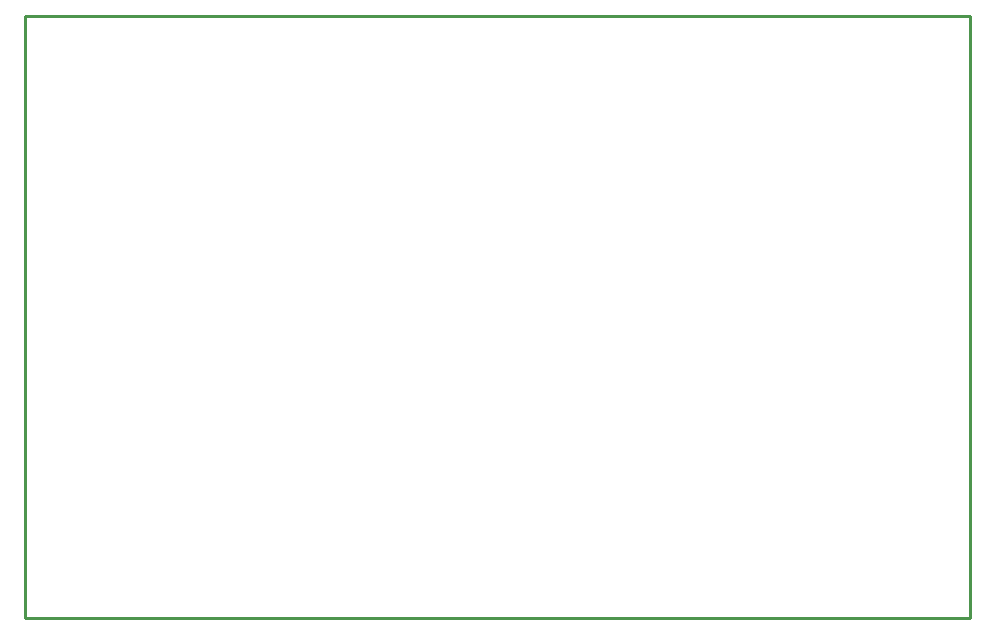
<source format=gm1>
G04*
G04 #@! TF.GenerationSoftware,Altium Limited,Altium Designer,21.5.1 (32)*
G04*
G04 Layer_Color=16711935*
%FSLAX25Y25*%
%MOIN*%
G70*
G04*
G04 #@! TF.SameCoordinates,FA076E1F-1FF3-4579-943B-07A78E15B8C1*
G04*
G04*
G04 #@! TF.FilePolarity,Positive*
G04*
G01*
G75*
%ADD10C,0.01000*%
D10*
X-0Y200787D02*
X0Y0D01*
X-0Y200787D02*
X314961D01*
X314961Y0D02*
X314961Y200787D01*
X0Y0D02*
X314961D01*
M02*

</source>
